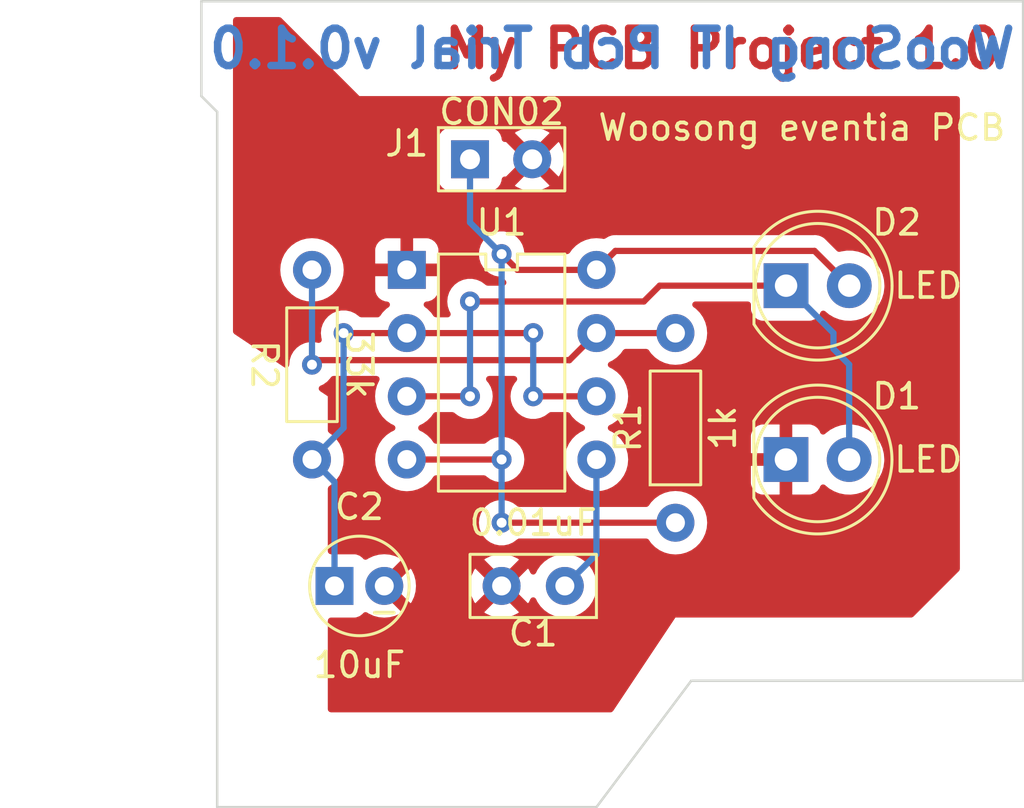
<source format=kicad_pcb>
(kicad_pcb (version 20211014) (generator pcbnew)
  (layers (0 "F.Cu" signal) (31 "B.Cu" signal) (34 "B.Paste" user) (35 "F.Paste" user) (36 "B.SilkS" user "B.Silkscreen") (37 "F.SilkS" user "F.Silkscreen") (38 "B.Mask" user) (39 "F.Mask" user) (44 "Edge.Cuts" user))
  (net 0 "")
  (net 1 "Net-(C1-Pad1)")
  (net 2 "GND")
  (net 3 "Net-(C2-Pad1)")
  (net 4 "Net-(D1-Pad2)")
  (net 5 "+5V")
  (net 6 "Net-(R1-Pad2)")
  (footprint "5_lsk:555_DIP" (layer "F.Cu") (at 151.13 74.295)
    (fp_text reference "U1" (at 3.81 -9.525 unlocked) (layer "F.SilkS"))
    (fp_text value "555")
    (fp_line (start 4.445 -8.255) (end 4.445 -7.62) (layer "F.SilkS") (width 0.12))
    (fp_line (start 6.35 1.27) (end 6.35 -8.255) (layer "F.SilkS") (width 0.12))
    (fp_line (start 4.445 -7.62) (end 3.175 -7.62) (layer "F.SilkS") (width 0.12))
    (fp_line (start 6.35 -8.255) (end 4.445 -8.255) (layer "F.SilkS") (width 0.12))
    (fp_line (start 1.27 1.27) (end 6.35 1.27) (layer "F.SilkS") (width 0.12))
    (fp_line (start 1.27 -8.255) (end 1.27 1.27) (layer "F.SilkS") (width 0.12))
    (fp_line (start 3.175 -7.62) (end 3.175 -8.255) (layer "F.SilkS") (width 0.12))
    (fp_line (start 3.175 -8.255) (end 1.27 -8.255) (layer "F.SilkS") (width 0.12))
    (pad "1" thru_hole rect (at 0 -7.62) (size 1.524 1.524) (drill 0.762) (layers *.Cu *.Mask) (net 2 "GND"))
    (pad "2" thru_hole circle (at 0 -5.08) (size 1.524 1.524) (drill 0.762) (layers *.Cu *.Mask) (net 3 "Net-(C2-Pad1)"))
    (pad "3" thru_hole circle (at 0 -2.54) (size 1.524 1.524) (drill 0.762) (layers *.Cu *.Mask) (net 4 "Net-(D1-Pad2)"))
    (pad "4" thru_hole circle (at 0 0) (size 1.524 1.524) (drill 0.762) (layers *.Cu *.Mask) (net 5 "+5V"))
    (pad "5" thru_hole circle (at 7.62 0) (size 1.524 1.524) (drill 0.762) (layers *.Cu *.Mask) (net 1 "Net-(C1-Pad1)"))
    (pad "6" thru_hole circle (at 7.62 -2.54) (size 1.524 1.524) (drill 0.762) (layers *.Cu *.Mask) (net 3 "Net-(C2-Pad1)"))
    (pad "7" thru_hole circle (at 7.62 -5.08) (size 1.524 1.524) (drill 0.762) (layers *.Cu *.Mask) (net 6 "Net-(R1-Pad2)"))
    (pad "8" thru_hole circle (at 7.62 -7.62) (size 1.524 1.524) (drill 0.762) (layers *.Cu *.Mask) (net 5 "+5V"))
  )
  (footprint "5_lsk:Resistor" (layer "F.Cu") (at 147.32 66.675 -90)
    (fp_text reference "R2" (at 3.81 1.905 -90 unlocked) (layer "F.SilkS"))
    (fp_text value "33k" (at 3.81 -1.905 -90 unlocked) (layer "F.SilkS"))
    (fp_rect (start 1.524 -1.016) (end 6.096 1.016) (layer "F.SilkS") (width 0.12) (fill none))
    (pad "1" thru_hole circle (at 0 0 270) (size 1.524 1.524) (drill 0.762) (layers *.Cu *.Mask) (net 6 "Net-(R1-Pad2)"))
    (pad "2" thru_hole circle (at 7.62 0 270) (size 1.524 1.524) (drill 0.762) (layers *.Cu *.Mask) (net 3 "Net-(C2-Pad1)"))
  )
  (footprint "5_lsk:Cap2" (layer "F.Cu") (at 148.225 79.375)
    (fp_text reference "C2" (at 1 -3.175 unlocked) (layer "F.SilkS"))
    (fp_text value "10uF" (at 1 3.175 unlocked) (layer "F.SilkS"))
    (fp_text user "-" (at 2 1 unlocked) (layer "F.SilkS"))
    (fp_circle (center 1 0) (end -1 0) (layer "F.SilkS") (width 0.12) (fill none))
    (pad "1" thru_hole rect (at 0 0) (size 1.524 1.524) (drill 0.762) (layers *.Cu *.Mask) (net 3 "Net-(C2-Pad1)"))
    (pad "2" thru_hole circle (at 2 0) (size 1.524 1.524) (drill 0.762) (layers *.Cu *.Mask) (net 2 "GND"))
  )
  (footprint "LED_THT:LED_D5.0mm" (layer "F.Cu") (at 166.365 74.295)
    (fp_text reference "D1" (at 4.45 -2.54) (layer "F.SilkS"))
    (fp_text value "LED" (at 5.72 0.000462) (layer "F.SilkS"))
    (fp_line (start -1.29 -1.545) (end -1.29 1.545) (layer "F.SilkS") (width 0.12))
    (fp_arc (start -1.29 -1.54483) (mid 2.072002 -2.880433) (end 4.26 0.000462) (layer "F.SilkS") (width 0.12))
    (fp_arc (start 4.26 -0.000462) (mid 2.072002 2.880433) (end -1.29 1.54483) (layer "F.SilkS") (width 0.12))
    (fp_circle (center 1.27 0) (end 3.77 0) (layer "F.SilkS") (width 0.12) (fill none))
    (pad "1" thru_hole rect (at 0 0) (size 1.8 1.8) (drill 0.9) (layers *.Cu *.Mask) (net 2 "GND"))
    (pad "2" thru_hole circle (at 2.54 0) (size 1.8 1.8) (drill 0.9) (layers *.Cu *.Mask) (net 4 "Net-(D1-Pad2)"))
  )
  (footprint "5_lsk:Resistor" (layer "F.Cu") (at 161.925 76.835 90)
    (fp_text reference "R1" (at 3.81 -1.905 90 unlocked) (layer "F.SilkS"))
    (fp_text value "1k" (at 3.81 1.905 90 unlocked) (layer "F.SilkS"))
    (fp_rect (start 1.524 -1.016) (end 6.096 1.016) (layer "F.SilkS") (width 0.12) (fill none))
    (pad "1" thru_hole circle (at 0 0 90) (size 1.524 1.524) (drill 0.762) (layers *.Cu *.Mask) (net 5 "+5V"))
    (pad "2" thru_hole circle (at 7.62 0 90) (size 1.524 1.524) (drill 0.762) (layers *.Cu *.Mask) (net 6 "Net-(R1-Pad2)"))
  )
  (footprint "5_lsk:Cap1" (layer "F.Cu") (at 157.48 79.375 180)
    (fp_text reference "C1" (at 1.27 -1.905 unlocked) (layer "F.SilkS"))
    (fp_text value "0.01uF" (at 1.27 2.54 unlocked) (layer "F.SilkS"))
    (fp_rect (start -1.27 -1.27) (end 3.81 1.27) (layer "F.SilkS") (width 0.12) (fill none))
    (pad "1" thru_hole circle (at 0 0 180) (size 1.524 1.524) (drill 0.762) (layers *.Cu *.Mask) (net 1 "Net-(C1-Pad1)"))
    (pad "2" thru_hole circle (at 2.54 0 180) (size 1.524 1.524) (drill 0.762) (layers *.Cu *.Mask) (net 2 "GND"))
  )
  (footprint "LED_THT:LED_D5.0mm" (layer "F.Cu") (at 166.37 67.31)
    (fp_text reference "D2" (at 4.445 -2.54) (layer "F.SilkS"))
    (fp_text value "LED" (at 5.715 0) (layer "F.SilkS"))
    (fp_line (start -1.29 -1.545) (end -1.29 1.545) (layer "F.SilkS") (width 0.12))
    (fp_arc (start 4.26 -0.000462) (mid 2.072002 2.880433) (end -1.29 1.54483) (layer "F.SilkS") (width 0.12))
    (fp_arc (start -1.29 -1.54483) (mid 2.072002 -2.880433) (end 4.26 0.000462) (layer "F.SilkS") (width 0.12))
    (fp_circle (center 1.27 0) (end 3.77 0) (layer "F.SilkS") (width 0.12) (fill none))
    (pad "1" thru_hole rect (at 0 0) (size 1.8 1.8) (drill 0.9) (layers *.Cu *.Mask) (net 4 "Net-(D1-Pad2)"))
    (pad "2" thru_hole circle (at 2.54 0) (size 1.8 1.8) (drill 0.9) (layers *.Cu *.Mask) (net 5 "+5V"))
  )
  (footprint "5_lsk:CON_02" (layer "F.Cu") (at 153.67 62.23)
    (fp_text reference "J1" (at -2.54 -0.635 unlocked) (layer "F.SilkS"))
    (fp_text value "CON02" (at 1.27 -1.905 unlocked) (layer "F.SilkS"))
    (fp_rect (start -1.27 -1.27) (end 3.81 1.27) (layer "F.SilkS") (width 0.12) (fill none))
    (pad "1" thru_hole rect (at 0 0) (size 1.524 1.524) (drill 0.8) (layers *.Cu *.Mask) (net 5 "+5V"))
    (pad "2" thru_hole circle (at 2.5 0) (size 1.524 1.524) (drill 0.8) (layers *.Cu *.Mask) (net 2 "GND"))
  )
  (gr_line (start 175.895 83.185) (end 162.56 83.185) (layer "Edge.Cuts") (width 0.1))
  (gr_line (start 162.56 83.185) (end 158.75 88.265) (layer "Edge.Cuts") (width 0.1))
  (gr_line (start 143.51 88.265) (end 143.51 60.325) (layer "Edge.Cuts") (width 0.1))
  (gr_line (start 158.75 88.265) (end 143.51 88.265) (layer "Edge.Cuts") (width 0.1))
  (gr_line (start 175.895 55.88) (end 175.895 83.185) (layer "Edge.Cuts") (width 0.1))
  (gr_line (start 142.875 59.69) (end 142.875 55.88) (layer "Edge.Cuts") (width 0.1))
  (gr_line (start 142.875 55.88) (end 175.895 55.88) (layer "Edge.Cuts") (width 0.1))
  (gr_line (start 143.51 60.325) (end 142.875 59.69) (layer "Edge.Cuts") (width 0.1))
  (gr_text "My PCB Project 1.0" (at 163.83 57.785) (layer "F.Cu") (effects (font (size 1.5 1.5) (thickness 0.3))))
  (gr_text "WooSong IT Pcb Trial v0.1.0" (at 159.385 57.785) (layer "B.Cu") (effects (font (size 1.5 1.5) (thickness 0.3)) (justify mirror)))
  (gr_text "Woosong eventia PCB" (at 167.005 60.96) (layer "F.SilkS") (effects (font (size 1 1))))
  (segment (start 158.75 78.105) (end 157.48 79.375) (width 0.25) (layer "B.Cu") (net 1))
  (segment (start 158.75 74.295) (end 158.75 78.105) (width 0.25) (layer "B.Cu") (net 1))
  (segment (start 148.59 69.215) (end 151.13 69.215) (width 0.25) (layer "F.Cu") (net 3))
  (segment (start 156.21 71.755) (end 158.75 71.755) (width 0.25) (layer "F.Cu") (net 3))
  (segment (start 151.13 69.215) (end 156.21 69.215) (width 0.25) (layer "F.Cu") (net 3))
  (via (at 156.21 69.215) (size 0.8) (drill 0.4) (layers "F.Cu" "B.Cu") (net 3))
  (via (at 156.21 71.755) (size 0.8) (drill 0.4) (layers "F.Cu" "B.Cu") (net 3))
  (via (at 148.59 69.215) (size 0.8) (drill 0.4) (layers "F.Cu" "B.Cu") (net 3))
  (segment (start 147.32 74.295) (end 148.59 73.025) (width 0.25) (layer "B.Cu") (net 3))
  (segment (start 148.225 75.2) (end 147.32 74.295) (width 0.25) (layer "B.Cu") (net 3))
  (segment (start 148.59 73.025) (end 148.59 69.215) (width 0.25) (layer "B.Cu") (net 3))
  (segment (start 148.225 79.375) (end 148.225 75.2) (width 0.25) (layer "B.Cu") (net 3))
  (segment (start 156.21 69.215) (end 156.21 71.755) (width 0.25) (layer "B.Cu") (net 3))
  (segment (start 161.29 67.31) (end 166.37 67.31) (width 0.25) (layer "F.Cu") (net 4))
  (segment (start 160.655 67.945) (end 161.29 67.31) (width 0.25) (layer "F.Cu") (net 4))
  (segment (start 153.67 67.945) (end 160.655 67.945) (width 0.25) (layer "F.Cu") (net 4))
  (segment (start 153.67 71.755) (end 151.13 71.755) (width 0.25) (layer "F.Cu") (net 4))
  (via (at 153.67 67.945) (size 0.8) (drill 0.4) (layers "F.Cu" "B.Cu") (net 4))
  (via (at 153.67 71.755) (size 0.8) (drill 0.4) (layers "F.Cu" "B.Cu") (net 4))
  (segment (start 166.37 67.31) (end 168.275 69.215) (width 0.25) (layer "B.Cu") (net 4))
  (segment (start 168.275 69.85) (end 168.905 70.48) (width 0.25) (layer "B.Cu") (net 4))
  (segment (start 153.67 67.945) (end 153.67 71.755) (width 0.25) (layer "B.Cu") (net 4))
  (segment (start 168.905 70.48) (end 168.905 74.295) (width 0.25) (layer "B.Cu") (net 4))
  (segment (start 168.275 69.215) (end 168.275 69.85) (width 0.25) (layer "B.Cu") (net 4))
  (segment (start 161.925 76.835) (end 154.94 76.835) (width 0.25) (layer "F.Cu") (net 5))
  (segment (start 155.575 66.675) (end 158.75 66.675) (width 0.25) (layer "F.Cu") (net 5))
  (segment (start 167.513001 65.913001) (end 159.511999 65.913001) (width 0.25) (layer "F.Cu") (net 5))
  (segment (start 151.13 74.295) (end 154.94 74.295) (width 0.25) (layer "F.Cu") (net 5))
  (segment (start 168.91 67.31) (end 167.513001 65.913001) (width 0.25) (layer "F.Cu") (net 5))
  (segment (start 159.511999 65.913001) (end 158.75 66.675) (width 0.25) (layer "F.Cu") (net 5))
  (segment (start 154.94 66.04) (end 155.575 66.675) (width 0.25) (layer "F.Cu") (net 5))
  (via (at 154.94 76.835) (size 0.8) (drill 0.4) (layers "F.Cu" "B.Cu") (net 5))
  (via (at 154.94 66.04) (size 0.8) (drill 0.4) (layers "F.Cu" "B.Cu") (net 5))
  (via (at 154.94 74.295) (size 0.8) (drill 0.4) (layers "F.Cu" "B.Cu") (net 5))
  (segment (start 153.67 64.77) (end 154.94 66.04) (width 0.25) (layer "B.Cu") (net 5))
  (segment (start 153.67 62.23) (end 153.67 64.77) (width 0.25) (layer "B.Cu") (net 5))
  (segment (start 154.94 76.835) (end 154.94 74.295) (width 0.25) (layer "B.Cu") (net 5))
  (segment (start 154.94 74.295) (end 154.94 66.04) (width 0.25) (layer "B.Cu") (net 5))
  (segment (start 147.503 70.302) (end 147.32 70.485) (width 0.25) (layer "F.Cu") (net 6))
  (segment (start 158.75 69.215) (end 157.663 70.302) (width 0.25) (layer "F.Cu") (net 6))
  (segment (start 161.925 69.215) (end 158.75 69.215) (width 0.25) (layer "F.Cu") (net 6))
  (segment (start 157.663 70.302) (end 147.503 70.302) (width 0.25) (layer "F.Cu") (net 6))
  (via (at 147.32 70.485) (size 0.8) (drill 0.4) (layers "F.Cu" "B.Cu") (net 6))
  (segment (start 147.32 70.485) (end 147.32 66.675) (width 0.25) (layer "B.Cu") (net 6))
  (zone (net 2) (net_name "GND") (layer "F.Cu") (connect_pads (clearance 0.508)) (min_thickness 0.254) (fill yes (thermal_gap 0.508) (thermal_bridge_width 0.508))
    (polygon (pts (xy 149.225 59.69) (xy 173.355 59.69) (xy 173.355 78.74) (xy 171.45 80.645) (xy 161.925 80.645) (xy 159.385 84.455) (xy 147.955 84.455) (xy 147.955 71.755) (xy 144.145 69.215) (xy 144.145 56.515) (xy 146.05 56.515)))
  )
)
</source>
